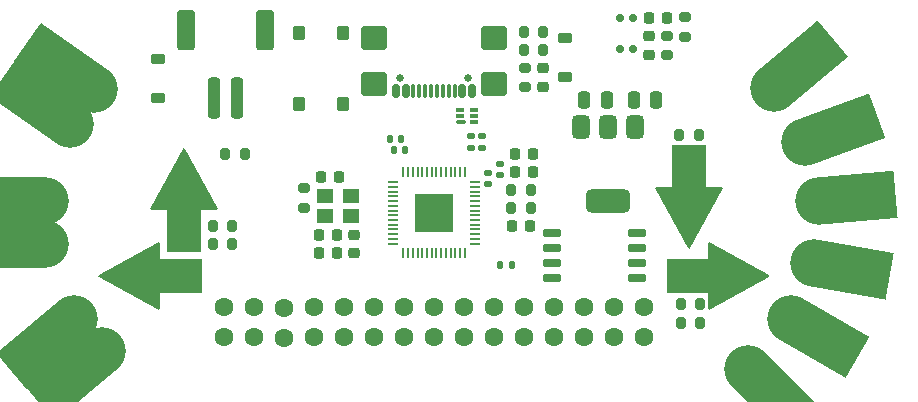
<source format=gbr>
%TF.GenerationSoftware,KiCad,Pcbnew,8.0.5-8.0.5-0~ubuntu22.04.1*%
%TF.CreationDate,2024-11-27T13:58:37+01:00*%
%TF.ProjectId,nerdYcontroller,6e657264-5963-46f6-9e74-726f6c6c6572,rev?*%
%TF.SameCoordinates,Original*%
%TF.FileFunction,Soldermask,Bot*%
%TF.FilePolarity,Negative*%
%FSLAX46Y46*%
G04 Gerber Fmt 4.6, Leading zero omitted, Abs format (unit mm)*
G04 Created by KiCad (PCBNEW 8.0.5-8.0.5-0~ubuntu22.04.1) date 2024-11-27 13:58:37*
%MOMM*%
%LPD*%
G01*
G04 APERTURE LIST*
G04 Aperture macros list*
%AMRoundRect*
0 Rectangle with rounded corners*
0 $1 Rounding radius*
0 $2 $3 $4 $5 $6 $7 $8 $9 X,Y pos of 4 corners*
0 Add a 4 corners polygon primitive as box body*
4,1,4,$2,$3,$4,$5,$6,$7,$8,$9,$2,$3,0*
0 Add four circle primitives for the rounded corners*
1,1,$1+$1,$2,$3*
1,1,$1+$1,$4,$5*
1,1,$1+$1,$6,$7*
1,1,$1+$1,$8,$9*
0 Add four rect primitives between the rounded corners*
20,1,$1+$1,$2,$3,$4,$5,0*
20,1,$1+$1,$4,$5,$6,$7,0*
20,1,$1+$1,$6,$7,$8,$9,0*
20,1,$1+$1,$8,$9,$2,$3,0*%
%AMFreePoly0*
4,1,16,2.068441,2.822910,2.098225,2.768757,2.100000,2.750000,2.100000,-2.750000,2.080902,-2.808779,2.030902,-2.845106,1.969098,-2.845106,1.951808,-2.837622,-3.048192,-0.087622,-3.090491,-0.042561,-3.098225,0.018757,-3.068441,0.072910,-3.048192,0.087622,1.951808,2.837622,2.012515,2.849214,2.068441,2.822910,2.068441,2.822910,$1*%
%AMFreePoly1*
4,1,26,6.500000,-2.000000,0.000000,-2.000000,-0.284630,-1.979643,-0.563465,-1.918986,-0.830830,-1.819264,-1.081282,-1.682507,-1.309721,-1.511499,-1.511499,-1.309721,-1.682507,-1.081283,-1.819264,-0.830830,-1.918986,-0.563465,-1.979643,-0.284630,-2.000000,0.000000,-1.979643,0.284630,-1.918986,0.563465,-1.819264,0.830830,-1.682507,1.081282,-1.511499,1.309721,-1.309721,1.511499,-1.081283,1.682507,
-0.830830,1.819264,-0.563465,1.918986,-0.284630,1.979643,0.000000,2.000000,6.500000,2.000000,6.500000,-2.000000,6.500000,-2.000000,$1*%
%AMFreePoly2*
4,1,35,6.858779,1.980902,6.895106,1.930901,6.900000,1.900000,6.900000,-1.900000,6.880902,-1.958779,6.830902,-1.995106,6.800000,-2.000000,0.000000,-2.000000,-0.284630,-1.979643,-0.563465,-1.918986,-0.830830,-1.819264,-1.081282,-1.682507,-1.309721,-1.511499,-1.511499,-1.309721,-1.682507,-1.081283,-1.819264,-0.830830,-1.918986,-0.563465,-1.979643,-0.284630,-2.000000,0.000000,-1.979643,0.284630,
-1.918986,0.563465,-1.819264,0.830830,-1.682507,1.081282,-1.511499,1.309721,-1.309721,1.511499,-1.081283,1.682507,-0.830830,1.819264,-0.563465,1.918986,-0.284630,1.979643,-0.267027,1.980902,-0.138852,1.990069,-0.133394,1.994260,-0.100000,2.000000,6.800000,2.000000,6.858779,1.980902,6.858779,1.980902,$1*%
G04 Aperture macros list end*
%ADD10FreePoly0,270.000000*%
%ADD11R,3.000000X3.700200*%
%ADD12C,1.600000*%
%ADD13FreePoly1,40.000000*%
%ADD14FreePoly2,220.000000*%
%ADD15FreePoly0,0.000000*%
%ADD16R,3.700200X3.000000*%
%ADD17FreePoly1,315.000000*%
%ADD18FreePoly2,145.000000*%
%ADD19FreePoly1,350.000000*%
%ADD20FreePoly0,90.000000*%
%ADD21FreePoly2,180.000000*%
%ADD22FreePoly1,20.000000*%
%ADD23FreePoly1,5.000000*%
%ADD24FreePoly0,180.000000*%
%ADD25FreePoly1,330.000000*%
%ADD26RoundRect,0.200000X-0.200000X-0.275000X0.200000X-0.275000X0.200000X0.275000X-0.200000X0.275000X0*%
%ADD27RoundRect,0.140000X-0.140000X-0.170000X0.140000X-0.170000X0.140000X0.170000X-0.140000X0.170000X0*%
%ADD28RoundRect,0.225000X-0.225000X-0.250000X0.225000X-0.250000X0.225000X0.250000X-0.225000X0.250000X0*%
%ADD29RoundRect,0.200000X0.200000X0.275000X-0.200000X0.275000X-0.200000X-0.275000X0.200000X-0.275000X0*%
%ADD30RoundRect,0.150000X-0.650000X-0.150000X0.650000X-0.150000X0.650000X0.150000X-0.650000X0.150000X0*%
%ADD31RoundRect,0.140000X-0.170000X0.140000X-0.170000X-0.140000X0.170000X-0.140000X0.170000X0.140000X0*%
%ADD32RoundRect,0.200000X0.275000X-0.200000X0.275000X0.200000X-0.275000X0.200000X-0.275000X-0.200000X0*%
%ADD33RoundRect,0.050000X0.050000X-0.387500X0.050000X0.387500X-0.050000X0.387500X-0.050000X-0.387500X0*%
%ADD34RoundRect,0.050000X0.387500X-0.050000X0.387500X0.050000X-0.387500X0.050000X-0.387500X-0.050000X0*%
%ADD35R,3.200000X3.200000*%
%ADD36RoundRect,0.200000X-0.275000X0.200000X-0.275000X-0.200000X0.275000X-0.200000X0.275000X0.200000X0*%
%ADD37RoundRect,0.225000X0.225000X0.250000X-0.225000X0.250000X-0.225000X-0.250000X0.225000X-0.250000X0*%
%ADD38RoundRect,0.225000X0.250000X-0.225000X0.250000X0.225000X-0.250000X0.225000X-0.250000X-0.225000X0*%
%ADD39RoundRect,0.102000X-0.375000X0.500000X-0.375000X-0.500000X0.375000X-0.500000X0.375000X0.500000X0*%
%ADD40R,1.400000X1.200000*%
%ADD41RoundRect,0.250000X-0.250000X-1.500000X0.250000X-1.500000X0.250000X1.500000X-0.250000X1.500000X0*%
%ADD42RoundRect,0.250001X-0.499999X-1.449999X0.499999X-1.449999X0.499999X1.449999X-0.499999X1.449999X0*%
%ADD43RoundRect,0.250000X-0.250000X-0.475000X0.250000X-0.475000X0.250000X0.475000X-0.250000X0.475000X0*%
%ADD44C,0.650000*%
%ADD45RoundRect,0.150000X-0.150000X-0.425000X0.150000X-0.425000X0.150000X0.425000X-0.150000X0.425000X0*%
%ADD46RoundRect,0.075000X-0.075000X-0.500000X0.075000X-0.500000X0.075000X0.500000X-0.075000X0.500000X0*%
%ADD47RoundRect,0.250000X-0.840000X-0.750000X0.840000X-0.750000X0.840000X0.750000X-0.840000X0.750000X0*%
%ADD48RoundRect,0.225000X-0.250000X0.225000X-0.250000X-0.225000X0.250000X-0.225000X0.250000X0.225000X0*%
%ADD49RoundRect,0.375000X-0.375000X0.625000X-0.375000X-0.625000X0.375000X-0.625000X0.375000X0.625000X0*%
%ADD50RoundRect,0.500000X-1.400000X0.500000X-1.400000X-0.500000X1.400000X-0.500000X1.400000X0.500000X0*%
%ADD51RoundRect,0.250000X0.250000X0.475000X-0.250000X0.475000X-0.250000X-0.475000X0.250000X-0.475000X0*%
%ADD52RoundRect,0.225000X-0.375000X0.225000X-0.375000X-0.225000X0.375000X-0.225000X0.375000X0.225000X0*%
%ADD53C,0.700000*%
%ADD54RoundRect,0.070000X0.355000X-0.070000X0.355000X0.070000X-0.355000X0.070000X-0.355000X-0.070000X0*%
%ADD55RoundRect,0.070000X0.305000X-0.070000X0.305000X0.070000X-0.305000X0.070000X-0.305000X-0.070000X0*%
G04 APERTURE END LIST*
D10*
%TO.C,A302*%
X-21200000Y2350000D03*
D11*
X-21200000Y-1450100D03*
%TD*%
D12*
%TO.C,J304*%
X17780000Y-10470000D03*
X17780000Y-7930000D03*
X15240000Y-10470000D03*
X15240000Y-7930000D03*
X12700000Y-10470000D03*
X12700000Y-7930000D03*
X10160000Y-10470000D03*
X10160000Y-7930000D03*
X7620000Y-10470000D03*
X7620000Y-7930000D03*
X5080000Y-10470000D03*
X5080000Y-7930000D03*
X2540000Y-10470000D03*
X2540000Y-7930000D03*
X0Y-10470000D03*
X0Y-7930000D03*
X-2540000Y-10470000D03*
X-2540000Y-7930000D03*
X-5080000Y-10470000D03*
X-5080000Y-7930000D03*
X-7620000Y-10470000D03*
X-7620000Y-7930000D03*
X-10160000Y-10470000D03*
X-10160000Y-7930000D03*
X-12700000Y-10580000D03*
X-12700000Y-8040000D03*
X-15240000Y-10470000D03*
X-15240000Y-7930000D03*
X-17780000Y-10470000D03*
X-17780000Y-7930000D03*
%TD*%
D13*
%TO.C,GP0*%
X28800000Y10600000D03*
%TD*%
D14*
%TO.C,VBUS301*%
X-28134019Y-11703993D03*
X-30448055Y-8946233D03*
%TD*%
D15*
%TO.C,A301*%
X-25350000Y-5308000D03*
D16*
X-21549900Y-5308000D03*
%TD*%
D17*
%TO.C,GP19*%
X26600000Y-13200000D03*
%TD*%
D18*
%TO.C,GND301*%
X-30832438Y7525526D03*
X-28767562Y10474474D03*
%TD*%
D19*
%TO.C,GP3*%
X32200000Y-4200000D03*
%TD*%
D20*
%TO.C,A304*%
X21600000Y75000D03*
D11*
X21600000Y3875100D03*
%TD*%
D21*
%TO.C,3V3*%
X-32900901Y-2600000D03*
X-32900901Y1000000D03*
%TD*%
D22*
%TO.C,GP1*%
X31400000Y6000000D03*
%TD*%
D23*
%TO.C,GP2*%
X32600000Y1000000D03*
%TD*%
D24*
%TO.C,A303*%
X25350000Y-5308000D03*
D16*
X21549900Y-5308000D03*
%TD*%
D25*
%TO.C,GP22*%
X30200000Y-9000000D03*
%TD*%
D26*
%TO.C,R305*%
X20875000Y-7750000D03*
X22525000Y-7750000D03*
%TD*%
D27*
%TO.C,C104*%
X-3380000Y5300000D03*
X-2420000Y5300000D03*
%TD*%
D28*
%TO.C,C111*%
X6825000Y5000000D03*
X8375000Y5000000D03*
%TD*%
%TO.C,C113*%
X6575000Y-1100000D03*
X8125000Y-1100000D03*
%TD*%
D29*
%TO.C,R202*%
X9225000Y13750000D03*
X7575000Y13750000D03*
%TD*%
D30*
%TO.C,U102*%
X10000000Y-5505000D03*
X10000000Y-4235000D03*
X10000000Y-2965000D03*
X10000000Y-1695000D03*
X17200000Y-1695000D03*
X17200000Y-2965000D03*
X17200000Y-4235000D03*
X17200000Y-5505000D03*
%TD*%
D31*
%TO.C,C105*%
X3100000Y6480000D03*
X3100000Y5520000D03*
%TD*%
D32*
%TO.C,R308*%
X19719000Y13350000D03*
X19719000Y15000000D03*
%TD*%
D29*
%TO.C,R201*%
X9225000Y15300000D03*
X7575000Y15300000D03*
%TD*%
D32*
%TO.C,R105*%
X-11050000Y425000D03*
X-11050000Y2075000D03*
%TD*%
D33*
%TO.C,U101*%
X2600000Y-3437500D03*
X2199999Y-3437500D03*
X1800000Y-3437500D03*
X1400000Y-3437500D03*
X1000000Y-3437500D03*
X600001Y-3437500D03*
X200000Y-3437500D03*
X-200000Y-3437500D03*
X-600001Y-3437500D03*
X-1000000Y-3437500D03*
X-1400000Y-3437500D03*
X-1800000Y-3437500D03*
X-2199999Y-3437500D03*
X-2600000Y-3437500D03*
D34*
X-3437500Y-2600000D03*
X-3437500Y-2199999D03*
X-3437500Y-1800000D03*
X-3437500Y-1400000D03*
X-3437500Y-1000000D03*
X-3437500Y-600001D03*
X-3437500Y-200000D03*
X-3437500Y200000D03*
X-3437500Y600001D03*
X-3437500Y1000000D03*
X-3437500Y1400000D03*
X-3437500Y1800000D03*
X-3437500Y2199999D03*
X-3437500Y2600000D03*
D33*
X-2600000Y3437500D03*
X-2199999Y3437500D03*
X-1800000Y3437500D03*
X-1400000Y3437500D03*
X-1000000Y3437500D03*
X-600001Y3437500D03*
X-200000Y3437500D03*
X200000Y3437500D03*
X600001Y3437500D03*
X1000000Y3437500D03*
X1400000Y3437500D03*
X1800000Y3437500D03*
X2199999Y3437500D03*
X2600000Y3437500D03*
D34*
X3437500Y2600000D03*
X3437500Y2199999D03*
X3437500Y1800000D03*
X3437500Y1400000D03*
X3437500Y1000000D03*
X3437500Y600001D03*
X3437500Y200000D03*
X3437500Y-200000D03*
X3437500Y-600001D03*
X3437500Y-1000000D03*
X3437500Y-1400000D03*
X3437500Y-1800000D03*
X3437500Y-2199999D03*
X3437500Y-2600000D03*
D35*
X0Y0D03*
%TD*%
D36*
%TO.C,R203*%
X7700000Y12300000D03*
X7700000Y10650000D03*
%TD*%
D37*
%TO.C,C115*%
X-8225000Y-3400000D03*
X-9775000Y-3400000D03*
%TD*%
D38*
%TO.C,C203*%
X9200000Y10700000D03*
X9200000Y12250000D03*
%TD*%
D29*
%TO.C,R103*%
X8175000Y450000D03*
X6525000Y450000D03*
%TD*%
D26*
%TO.C,R304*%
X-18725000Y-1100000D03*
X-17075000Y-1100000D03*
%TD*%
D39*
%TO.C,S101*%
X-11425000Y15200000D03*
X-11425000Y9200000D03*
X-7675000Y15200000D03*
X-7675000Y9200000D03*
%TD*%
D40*
%TO.C,Y101*%
X-9250000Y1400000D03*
X-7050000Y1400000D03*
X-7050000Y-300000D03*
X-9250000Y-300000D03*
%TD*%
D41*
%TO.C,J201*%
X-18650000Y9750000D03*
X-16650000Y9750000D03*
D42*
X-21000000Y15500000D03*
X-14300000Y15500000D03*
%TD*%
D27*
%TO.C,C109*%
X5620000Y-4425000D03*
X6580000Y-4425000D03*
%TD*%
D29*
%TO.C,R306*%
X22425000Y6600000D03*
X20775000Y6600000D03*
%TD*%
D31*
%TO.C,C107*%
X5600000Y4180000D03*
X5600000Y3220000D03*
%TD*%
D32*
%TO.C,R307*%
X21269400Y14924800D03*
X21269400Y16574800D03*
%TD*%
D43*
%TO.C,C201*%
X16900000Y9600000D03*
X18800000Y9600000D03*
%TD*%
D28*
%TO.C,C303*%
X18182000Y16511800D03*
X19732000Y16511800D03*
%TD*%
D31*
%TO.C,C110*%
X4050000Y6480000D03*
X4050000Y5520000D03*
%TD*%
D28*
%TO.C,C112*%
X6825000Y3500000D03*
X8375000Y3500000D03*
%TD*%
D44*
%TO.C,P201*%
X-2890000Y11395000D03*
X2890000Y11395000D03*
D45*
X-3200000Y10320000D03*
X-2400000Y10320000D03*
D46*
X-1250000Y10320000D03*
X-250000Y10320000D03*
X250000Y10320000D03*
X1250000Y10320000D03*
D45*
X2400000Y10320000D03*
X3200000Y10320000D03*
X3200000Y10320000D03*
X2400000Y10320000D03*
D46*
X1750000Y10320000D03*
X750000Y10320000D03*
X-750000Y10320000D03*
X-1750000Y10320000D03*
D45*
X-2400000Y10320000D03*
X-3200000Y10320000D03*
D47*
X-5110000Y14825000D03*
X-5110000Y10895000D03*
X5110000Y14825000D03*
X5110000Y10895000D03*
%TD*%
D48*
%TO.C,C304*%
X18195000Y14950000D03*
X18195000Y13400000D03*
%TD*%
D29*
%TO.C,R101*%
X22525000Y-9350000D03*
X20875000Y-9350000D03*
%TD*%
D37*
%TO.C,C103*%
X-8225000Y-1900000D03*
X-9775000Y-1900000D03*
%TD*%
D27*
%TO.C,C108*%
X-3730000Y6250000D03*
X-2770000Y6250000D03*
%TD*%
D28*
%TO.C,C102*%
X-9575000Y3000000D03*
X-8025000Y3000000D03*
%TD*%
D29*
%TO.C,R102*%
X-16025000Y4950000D03*
X-17675000Y4950000D03*
%TD*%
D49*
%TO.C,U201*%
X12400000Y7300000D03*
X14700000Y7300000D03*
D50*
X14700000Y1000000D03*
D49*
X17000000Y7300000D03*
%TD*%
D26*
%TO.C,R303*%
X-18725000Y-2600000D03*
X-17075000Y-2600000D03*
%TD*%
D51*
%TO.C,C202*%
X14600000Y9550000D03*
X12700000Y9550000D03*
%TD*%
D52*
%TO.C,D201*%
X11100000Y14800000D03*
X11100000Y11500000D03*
%TD*%
D53*
%TO.C,U302*%
X16874200Y16530200D03*
X15724200Y16530200D03*
X15724200Y13870200D03*
X16874200Y13870200D03*
%TD*%
D52*
%TO.C,D203*%
X-23400000Y13000000D03*
X-23400000Y9700000D03*
%TD*%
D31*
%TO.C,C106*%
X4600000Y3380000D03*
X4600000Y2420000D03*
%TD*%
D38*
%TO.C,C114*%
X-6750000Y-3425000D03*
X-6750000Y-1875000D03*
%TD*%
D54*
%TO.C,D202*%
X2275000Y7700000D03*
D55*
X2225000Y8200000D03*
X2225000Y8700000D03*
X3375000Y8700000D03*
X3375000Y8200000D03*
X3375000Y7700000D03*
%TD*%
D29*
%TO.C,R104*%
X8175000Y1950000D03*
X6525000Y1950000D03*
%TD*%
M02*

</source>
